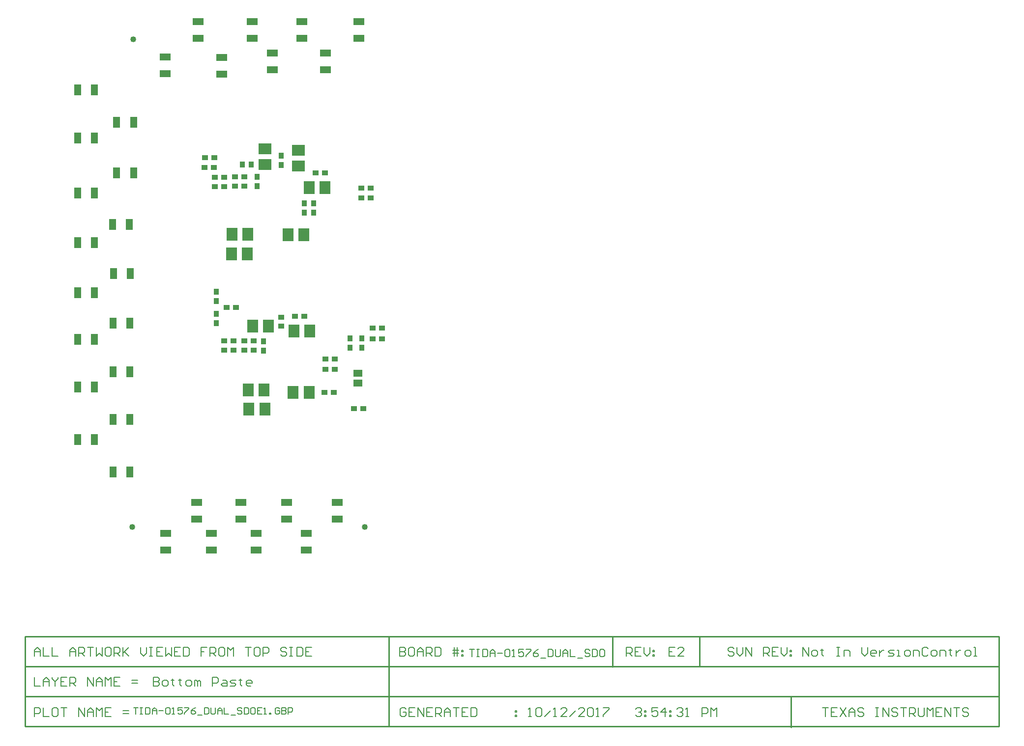
<source format=gbp>
G04 Layer_Color=128*
%FSLAX25Y25*%
%MOIN*%
G70*
G01*
G75*
%ADD15R,0.03740X0.03937*%
%ADD21R,0.07677X0.08858*%
%ADD23R,0.03937X0.03740*%
%ADD25C,0.04000*%
%ADD26R,0.05118X0.07284*%
%ADD28R,0.03740X0.03937*%
%ADD29R,0.07284X0.05118*%
%ADD30R,0.03937X0.03740*%
%ADD32R,0.08858X0.07677*%
%ADD38C,0.01000*%
%ADD46C,0.00800*%
%ADD55R,0.05906X0.05118*%
G54D15*
X118047Y268000D02*
D03*
X123953D02*
D03*
G54D21*
X133413Y102000D02*
D03*
X122587D02*
D03*
X153087Y155000D02*
D03*
X163913D02*
D03*
X135913Y158500D02*
D03*
X125087D02*
D03*
X163413Y113500D02*
D03*
X152587D02*
D03*
X111020Y220811D02*
D03*
X121846D02*
D03*
X149020Y220311D02*
D03*
X159846D02*
D03*
X122087Y115000D02*
D03*
X132913D02*
D03*
X121513Y207400D02*
D03*
X110687D02*
D03*
X163287Y252400D02*
D03*
X174113D02*
D03*
G54D23*
X107350Y171000D02*
D03*
X113650D02*
D03*
X205150Y252000D02*
D03*
X198850D02*
D03*
X198850Y245500D02*
D03*
X205150D02*
D03*
X180650Y129000D02*
D03*
X174350D02*
D03*
Y136000D02*
D03*
X180650D02*
D03*
X105650Y259500D02*
D03*
X99350D02*
D03*
X105650Y253000D02*
D03*
X99350D02*
D03*
X119283Y253311D02*
D03*
X112984D02*
D03*
X119283Y259711D02*
D03*
X112984D02*
D03*
X167650Y262400D02*
D03*
X173950D02*
D03*
X200031Y102343D02*
D03*
X193731D02*
D03*
X125650Y142000D02*
D03*
X119350D02*
D03*
X125650Y148500D02*
D03*
X119350D02*
D03*
X153850Y165000D02*
D03*
X160150D02*
D03*
X112150Y148500D02*
D03*
X105850D02*
D03*
X112150Y142000D02*
D03*
X105850D02*
D03*
X206450Y149800D02*
D03*
X212750D02*
D03*
Y157200D02*
D03*
X206450D02*
D03*
X180150Y113500D02*
D03*
X173850D02*
D03*
X92650Y272800D02*
D03*
X98950D02*
D03*
X98850Y266200D02*
D03*
X92550D02*
D03*
G54D25*
X44000Y353000D02*
D03*
X43300Y22000D02*
D03*
X201000D02*
D03*
G54D26*
X17709Y318850D02*
D03*
X6291D02*
D03*
X30291Y160500D02*
D03*
X41709D02*
D03*
X30291Y127500D02*
D03*
X41709D02*
D03*
X30291Y59500D02*
D03*
X41709D02*
D03*
X30291Y95000D02*
D03*
X41709D02*
D03*
X42209Y194000D02*
D03*
X30791D02*
D03*
X41509Y227400D02*
D03*
X30091D02*
D03*
X44309Y296850D02*
D03*
X32891D02*
D03*
X44309Y262350D02*
D03*
X32891D02*
D03*
X6291Y285950D02*
D03*
X17709D02*
D03*
Y248900D02*
D03*
X6291D02*
D03*
Y215000D02*
D03*
X17709D02*
D03*
X6291Y117000D02*
D03*
X17709D02*
D03*
X6291Y81500D02*
D03*
X17709D02*
D03*
Y181000D02*
D03*
X6291D02*
D03*
X17709Y149500D02*
D03*
X6291D02*
D03*
G54D28*
X144500Y267850D02*
D03*
Y274150D02*
D03*
X128000Y253350D02*
D03*
Y259650D02*
D03*
X166500Y241650D02*
D03*
Y235350D02*
D03*
X160000Y235350D02*
D03*
Y241650D02*
D03*
X199000Y150150D02*
D03*
Y143850D02*
D03*
X191000Y150150D02*
D03*
Y143850D02*
D03*
X132500Y141850D02*
D03*
Y148150D02*
D03*
X100500Y160350D02*
D03*
Y166650D02*
D03*
Y175500D02*
D03*
Y181799D02*
D03*
G54D29*
X117000Y27291D02*
D03*
Y38709D02*
D03*
X148000Y27291D02*
D03*
Y38709D02*
D03*
X182500Y27291D02*
D03*
Y38709D02*
D03*
X87000Y27291D02*
D03*
Y38709D02*
D03*
X138500Y332291D02*
D03*
Y343709D02*
D03*
X174500Y332291D02*
D03*
Y343709D02*
D03*
X104150Y329291D02*
D03*
Y340709D02*
D03*
X65650Y329791D02*
D03*
Y341209D02*
D03*
X124650Y353791D02*
D03*
Y365209D02*
D03*
X88150D02*
D03*
Y353791D02*
D03*
X197000Y365209D02*
D03*
Y353791D02*
D03*
X158500Y365209D02*
D03*
Y353791D02*
D03*
X66000Y6291D02*
D03*
Y17709D02*
D03*
X97000Y6291D02*
D03*
Y17709D02*
D03*
X127500Y6291D02*
D03*
Y17709D02*
D03*
X161500D02*
D03*
Y6291D02*
D03*
G54D30*
X144500Y164453D02*
D03*
Y158547D02*
D03*
G54D32*
X156000Y277913D02*
D03*
Y267087D02*
D03*
X133500Y268087D02*
D03*
Y278913D02*
D03*
G54D38*
X428000Y-72683D02*
Y-52350D01*
X369000Y-73000D02*
Y-52667D01*
X-29200Y-72683D02*
X631000D01*
X-29200Y-93017D02*
X630800D01*
X-29200Y-113350D02*
X371300D01*
X-29150Y-52350D02*
X631000D01*
X-29150Y-113350D02*
Y-52350D01*
Y-113350D02*
X128400D01*
X-29200D02*
Y-52350D01*
X217300Y-113350D02*
Y-52350D01*
X631000Y-113350D02*
Y-52350D01*
X371300Y-113350D02*
X631000D01*
X490200Y-114000D02*
Y-93717D01*
G54D46*
X57700Y-79851D02*
Y-85849D01*
X60699D01*
X61699Y-84850D01*
Y-83850D01*
X60699Y-82850D01*
X57700D01*
X60699D01*
X61699Y-81851D01*
Y-80851D01*
X60699Y-79851D01*
X57700D01*
X64698Y-85849D02*
X66697D01*
X67697Y-84850D01*
Y-82850D01*
X66697Y-81851D01*
X64698D01*
X63698Y-82850D01*
Y-84850D01*
X64698Y-85849D01*
X70696Y-80851D02*
Y-81851D01*
X69696D01*
X71696D01*
X70696D01*
Y-84850D01*
X71696Y-85849D01*
X75694Y-80851D02*
Y-81851D01*
X74695D01*
X76694D01*
X75694D01*
Y-84850D01*
X76694Y-85849D01*
X80693D02*
X82692D01*
X83692Y-84850D01*
Y-82850D01*
X82692Y-81851D01*
X80693D01*
X79693Y-82850D01*
Y-84850D01*
X80693Y-85849D01*
X85691D02*
Y-81851D01*
X86691D01*
X87690Y-82850D01*
Y-85849D01*
Y-82850D01*
X88690Y-81851D01*
X89690Y-82850D01*
Y-85849D01*
X97687D02*
Y-79851D01*
X100686D01*
X101686Y-80851D01*
Y-82850D01*
X100686Y-83850D01*
X97687D01*
X104685Y-81851D02*
X106684D01*
X107684Y-82850D01*
Y-85849D01*
X104685D01*
X103685Y-84850D01*
X104685Y-83850D01*
X107684D01*
X109683Y-85849D02*
X112682D01*
X113682Y-84850D01*
X112682Y-83850D01*
X110683D01*
X109683Y-82850D01*
X110683Y-81851D01*
X113682D01*
X116681Y-80851D02*
Y-81851D01*
X115681D01*
X117681D01*
X116681D01*
Y-84850D01*
X117681Y-85849D01*
X123679D02*
X121679D01*
X120680Y-84850D01*
Y-82850D01*
X121679Y-81851D01*
X123679D01*
X124678Y-82850D01*
Y-83850D01*
X120680D01*
X498200Y-65567D02*
Y-59569D01*
X502199Y-65567D01*
Y-59569D01*
X505198Y-65567D02*
X507197D01*
X508197Y-64567D01*
Y-62568D01*
X507197Y-61568D01*
X505198D01*
X504198Y-62568D01*
Y-64567D01*
X505198Y-65567D01*
X511196Y-60568D02*
Y-61568D01*
X510196D01*
X512195D01*
X511196D01*
Y-64567D01*
X512195Y-65567D01*
X521193Y-59569D02*
X523192D01*
X522192D01*
Y-65567D01*
X521193D01*
X523192D01*
X526191D02*
Y-61568D01*
X529190D01*
X530190Y-62568D01*
Y-65567D01*
X538187Y-59569D02*
Y-63567D01*
X540186Y-65567D01*
X542186Y-63567D01*
Y-59569D01*
X547184Y-65567D02*
X545185D01*
X544185Y-64567D01*
Y-62568D01*
X545185Y-61568D01*
X547184D01*
X548184Y-62568D01*
Y-63567D01*
X544185D01*
X550183Y-61568D02*
Y-65567D01*
Y-63567D01*
X551183Y-62568D01*
X552182Y-61568D01*
X553182D01*
X556181Y-65567D02*
X559180D01*
X560180Y-64567D01*
X559180Y-63567D01*
X557181D01*
X556181Y-62568D01*
X557181Y-61568D01*
X560180D01*
X562179Y-65567D02*
X564179D01*
X563179D01*
Y-61568D01*
X562179D01*
X568177Y-65567D02*
X570177D01*
X571176Y-64567D01*
Y-62568D01*
X570177Y-61568D01*
X568177D01*
X567178Y-62568D01*
Y-64567D01*
X568177Y-65567D01*
X573176D02*
Y-61568D01*
X576175D01*
X577174Y-62568D01*
Y-65567D01*
X583173Y-60568D02*
X582173Y-59569D01*
X580173D01*
X579174Y-60568D01*
Y-64567D01*
X580173Y-65567D01*
X582173D01*
X583173Y-64567D01*
X586171Y-65567D02*
X588171D01*
X589171Y-64567D01*
Y-62568D01*
X588171Y-61568D01*
X586171D01*
X585172Y-62568D01*
Y-64567D01*
X586171Y-65567D01*
X591170D02*
Y-61568D01*
X594169D01*
X595169Y-62568D01*
Y-65567D01*
X598168Y-60568D02*
Y-61568D01*
X597168D01*
X599167D01*
X598168D01*
Y-64567D01*
X599167Y-65567D01*
X602166Y-61568D02*
Y-65567D01*
Y-63567D01*
X603166Y-62568D01*
X604166Y-61568D01*
X605165D01*
X609164Y-65567D02*
X611164D01*
X612163Y-64567D01*
Y-62568D01*
X611164Y-61568D01*
X609164D01*
X608164Y-62568D01*
Y-64567D01*
X609164Y-65567D01*
X614162D02*
X616162D01*
X615162D01*
Y-59569D01*
X614162D01*
X451599Y-60568D02*
X450599Y-59569D01*
X448600D01*
X447600Y-60568D01*
Y-61568D01*
X448600Y-62568D01*
X450599D01*
X451599Y-63567D01*
Y-64567D01*
X450599Y-65567D01*
X448600D01*
X447600Y-64567D01*
X453598Y-59569D02*
Y-63567D01*
X455597Y-65567D01*
X457597Y-63567D01*
Y-59569D01*
X459596Y-65567D02*
Y-59569D01*
X463595Y-65567D01*
Y-59569D01*
X471592Y-65567D02*
Y-59569D01*
X474591D01*
X475591Y-60568D01*
Y-62568D01*
X474591Y-63567D01*
X471592D01*
X473592D02*
X475591Y-65567D01*
X481589Y-59569D02*
X477590D01*
Y-65567D01*
X481589D01*
X477590Y-62568D02*
X479590D01*
X483588Y-59569D02*
Y-63567D01*
X485588Y-65567D01*
X487587Y-63567D01*
Y-59569D01*
X489586Y-61568D02*
X490586D01*
Y-62568D01*
X489586D01*
Y-61568D01*
Y-64567D02*
X490586D01*
Y-65567D01*
X489586D01*
Y-64567D01*
X378500Y-65700D02*
Y-59702D01*
X381499D01*
X382499Y-60702D01*
Y-62701D01*
X381499Y-63701D01*
X378500D01*
X380499D02*
X382499Y-65700D01*
X388497Y-59702D02*
X384498D01*
Y-65700D01*
X388497D01*
X384498Y-62701D02*
X386497D01*
X390496Y-59702D02*
Y-63701D01*
X392495Y-65700D01*
X394495Y-63701D01*
Y-59702D01*
X396494Y-61701D02*
X397494D01*
Y-62701D01*
X396494D01*
Y-61701D01*
Y-64700D02*
X397494D01*
Y-65700D01*
X396494D01*
Y-64700D01*
X411489Y-59702D02*
X407491D01*
Y-65700D01*
X411489D01*
X407491Y-62701D02*
X409490D01*
X417487Y-65700D02*
X413489D01*
X417487Y-61701D01*
Y-60702D01*
X416488Y-59702D01*
X414488D01*
X413489Y-60702D01*
X44300Y-100401D02*
X47299D01*
X45799D01*
Y-104900D01*
X48799Y-100401D02*
X50298D01*
X49548D01*
Y-104900D01*
X48799D01*
X50298D01*
X52547Y-100401D02*
Y-104900D01*
X54797D01*
X55546Y-104150D01*
Y-101151D01*
X54797Y-100401D01*
X52547D01*
X57046Y-104900D02*
Y-101901D01*
X58545Y-100401D01*
X60045Y-101901D01*
Y-104900D01*
Y-102651D01*
X57046D01*
X61544D02*
X64543D01*
X66043Y-101151D02*
X66793Y-100401D01*
X68292D01*
X69042Y-101151D01*
Y-104150D01*
X68292Y-104900D01*
X66793D01*
X66043Y-104150D01*
Y-101151D01*
X70542Y-104900D02*
X72041D01*
X71291D01*
Y-100401D01*
X70542Y-101151D01*
X77289Y-100401D02*
X74290D01*
Y-102651D01*
X75790Y-101901D01*
X76540D01*
X77289Y-102651D01*
Y-104150D01*
X76540Y-104900D01*
X75040D01*
X74290Y-104150D01*
X78789Y-100401D02*
X81788D01*
Y-101151D01*
X78789Y-104150D01*
Y-104900D01*
X86286Y-100401D02*
X84787Y-101151D01*
X83287Y-102651D01*
Y-104150D01*
X84037Y-104900D01*
X85537D01*
X86286Y-104150D01*
Y-103401D01*
X85537Y-102651D01*
X83287D01*
X87786Y-105650D02*
X90785D01*
X92285Y-100401D02*
Y-104900D01*
X94534D01*
X95284Y-104150D01*
Y-101151D01*
X94534Y-100401D01*
X92285D01*
X96783D02*
Y-104150D01*
X97533Y-104900D01*
X99032D01*
X99782Y-104150D01*
Y-100401D01*
X101282Y-104900D02*
Y-101901D01*
X102781Y-100401D01*
X104281Y-101901D01*
Y-104900D01*
Y-102651D01*
X101282D01*
X105780Y-100401D02*
Y-104900D01*
X108779D01*
X110279Y-105650D02*
X113278D01*
X117776Y-101151D02*
X117026Y-100401D01*
X115527D01*
X114777Y-101151D01*
Y-101901D01*
X115527Y-102651D01*
X117026D01*
X117776Y-103401D01*
Y-104150D01*
X117026Y-104900D01*
X115527D01*
X114777Y-104150D01*
X119276Y-100401D02*
Y-104900D01*
X121525D01*
X122275Y-104150D01*
Y-101151D01*
X121525Y-100401D01*
X119276D01*
X126024D02*
X124524D01*
X123774Y-101151D01*
Y-104150D01*
X124524Y-104900D01*
X126024D01*
X126773Y-104150D01*
Y-101151D01*
X126024Y-100401D01*
X131272D02*
X128273D01*
Y-104900D01*
X131272D01*
X128273Y-102651D02*
X129772D01*
X132772Y-104900D02*
X134271D01*
X133521D01*
Y-100401D01*
X132772Y-101151D01*
X136520Y-104900D02*
Y-104150D01*
X137270D01*
Y-104900D01*
X136520D01*
X143268Y-101151D02*
X142518Y-100401D01*
X141019D01*
X140269Y-101151D01*
Y-104150D01*
X141019Y-104900D01*
X142518D01*
X143268Y-104150D01*
Y-102651D01*
X141769D01*
X144768Y-100401D02*
Y-104900D01*
X147017D01*
X147767Y-104150D01*
Y-103401D01*
X147017Y-102651D01*
X144768D01*
X147017D01*
X147767Y-101901D01*
Y-101151D01*
X147017Y-100401D01*
X144768D01*
X149266Y-104900D02*
Y-100401D01*
X151515D01*
X152265Y-101151D01*
Y-102651D01*
X151515Y-103401D01*
X149266D01*
X311950Y-106433D02*
X313949D01*
X312950D01*
Y-100435D01*
X311950Y-101435D01*
X316948D02*
X317948Y-100435D01*
X319947D01*
X320947Y-101435D01*
Y-105434D01*
X319947Y-106433D01*
X317948D01*
X316948Y-105434D01*
Y-101435D01*
X322946Y-106433D02*
X326945Y-102435D01*
X328944Y-106433D02*
X330944D01*
X329944D01*
Y-100435D01*
X328944Y-101435D01*
X337942Y-106433D02*
X333943D01*
X337942Y-102435D01*
Y-101435D01*
X336942Y-100435D01*
X334943D01*
X333943Y-101435D01*
X339941Y-106433D02*
X343940Y-102435D01*
X349938Y-106433D02*
X345939D01*
X349938Y-102435D01*
Y-101435D01*
X348938Y-100435D01*
X346939D01*
X345939Y-101435D01*
X351937D02*
X352937Y-100435D01*
X354936D01*
X355936Y-101435D01*
Y-105434D01*
X354936Y-106433D01*
X352937D01*
X351937Y-105434D01*
Y-101435D01*
X357935Y-106433D02*
X359934D01*
X358935D01*
Y-100435D01*
X357935Y-101435D01*
X362933Y-100435D02*
X366932D01*
Y-101435D01*
X362933Y-105434D01*
Y-106433D01*
X228999Y-101435D02*
X227999Y-100435D01*
X226000D01*
X225000Y-101435D01*
Y-105434D01*
X226000Y-106433D01*
X227999D01*
X228999Y-105434D01*
Y-103435D01*
X226999D01*
X234997Y-100435D02*
X230998D01*
Y-106433D01*
X234997D01*
X230998Y-103435D02*
X232997D01*
X236996Y-106433D02*
Y-100435D01*
X240995Y-106433D01*
Y-100435D01*
X246993D02*
X242994D01*
Y-106433D01*
X246993D01*
X242994Y-103435D02*
X244993D01*
X248992Y-106433D02*
Y-100435D01*
X251991D01*
X252991Y-101435D01*
Y-103435D01*
X251991Y-104434D01*
X248992D01*
X250992D02*
X252991Y-106433D01*
X254990D02*
Y-102435D01*
X256990Y-100435D01*
X258989Y-102435D01*
Y-106433D01*
Y-103435D01*
X254990D01*
X260988Y-100435D02*
X264987D01*
X262988D01*
Y-106433D01*
X270985Y-100435D02*
X266986D01*
Y-106433D01*
X270985D01*
X266986Y-103435D02*
X268986D01*
X272985Y-100435D02*
Y-106433D01*
X275984D01*
X276983Y-105434D01*
Y-101435D01*
X275984Y-100435D01*
X272985D01*
X302975Y-102435D02*
X303975D01*
Y-103435D01*
X302975D01*
Y-102435D01*
Y-105434D02*
X303975D01*
Y-106433D01*
X302975D01*
Y-105434D01*
X-22850Y-65567D02*
Y-61568D01*
X-20851Y-59569D01*
X-18851Y-61568D01*
Y-65567D01*
Y-62568D01*
X-22850D01*
X-16852Y-59569D02*
Y-65567D01*
X-12853D01*
X-10854Y-59569D02*
Y-65567D01*
X-6855D01*
X1142D02*
Y-61568D01*
X3142Y-59569D01*
X5141Y-61568D01*
Y-65567D01*
Y-62568D01*
X1142D01*
X7140Y-65567D02*
Y-59569D01*
X10139D01*
X11139Y-60568D01*
Y-62568D01*
X10139Y-63567D01*
X7140D01*
X9140D02*
X11139Y-65567D01*
X13138Y-59569D02*
X17137D01*
X15138D01*
Y-65567D01*
X19136Y-59569D02*
Y-65567D01*
X21136Y-63567D01*
X23135Y-65567D01*
Y-59569D01*
X28133D02*
X26134D01*
X25135Y-60568D01*
Y-64567D01*
X26134Y-65567D01*
X28133D01*
X29133Y-64567D01*
Y-60568D01*
X28133Y-59569D01*
X31133Y-65567D02*
Y-59569D01*
X34132D01*
X35131Y-60568D01*
Y-62568D01*
X34132Y-63567D01*
X31133D01*
X33132D02*
X35131Y-65567D01*
X37131Y-59569D02*
Y-65567D01*
Y-63567D01*
X41129Y-59569D01*
X38130Y-62568D01*
X41129Y-65567D01*
X49127Y-59569D02*
Y-63567D01*
X51126Y-65567D01*
X53125Y-63567D01*
Y-59569D01*
X55125D02*
X57124D01*
X56125D01*
Y-65567D01*
X55125D01*
X57124D01*
X64122Y-59569D02*
X60123D01*
Y-65567D01*
X64122D01*
X60123Y-62568D02*
X62122D01*
X66121Y-59569D02*
Y-65567D01*
X68121Y-63567D01*
X70120Y-65567D01*
Y-59569D01*
X76118D02*
X72119D01*
Y-65567D01*
X76118D01*
X72119Y-62568D02*
X74119D01*
X78117Y-59569D02*
Y-65567D01*
X81116D01*
X82116Y-64567D01*
Y-60568D01*
X81116Y-59569D01*
X78117D01*
X94112D02*
X90114D01*
Y-62568D01*
X92113D01*
X90114D01*
Y-65567D01*
X96112D02*
Y-59569D01*
X99111D01*
X100110Y-60568D01*
Y-62568D01*
X99111Y-63567D01*
X96112D01*
X98111D02*
X100110Y-65567D01*
X105109Y-59569D02*
X103109D01*
X102110Y-60568D01*
Y-64567D01*
X103109Y-65567D01*
X105109D01*
X106108Y-64567D01*
Y-60568D01*
X105109Y-59569D01*
X108108Y-65567D02*
Y-59569D01*
X110107Y-61568D01*
X112106Y-59569D01*
Y-65567D01*
X120104Y-59569D02*
X124102D01*
X122103D01*
Y-65567D01*
X129101Y-59569D02*
X127102D01*
X126102Y-60568D01*
Y-64567D01*
X127102Y-65567D01*
X129101D01*
X130101Y-64567D01*
Y-60568D01*
X129101Y-59569D01*
X132100Y-65567D02*
Y-59569D01*
X135099D01*
X136099Y-60568D01*
Y-62568D01*
X135099Y-63567D01*
X132100D01*
X148095Y-60568D02*
X147095Y-59569D01*
X145096D01*
X144096Y-60568D01*
Y-61568D01*
X145096Y-62568D01*
X147095D01*
X148095Y-63567D01*
Y-64567D01*
X147095Y-65567D01*
X145096D01*
X144096Y-64567D01*
X150094Y-59569D02*
X152093D01*
X151094D01*
Y-65567D01*
X150094D01*
X152093D01*
X155092Y-59569D02*
Y-65567D01*
X158091D01*
X159091Y-64567D01*
Y-60568D01*
X158091Y-59569D01*
X155092D01*
X165089D02*
X161091D01*
Y-65567D01*
X165089D01*
X161091Y-62568D02*
X163090D01*
X272000Y-61002D02*
X275332D01*
X273666D01*
Y-66000D01*
X276998Y-61002D02*
X278664D01*
X277831D01*
Y-66000D01*
X276998D01*
X278664D01*
X281164Y-61002D02*
Y-66000D01*
X283663D01*
X284496Y-65167D01*
Y-61835D01*
X283663Y-61002D01*
X281164D01*
X286162Y-66000D02*
Y-62668D01*
X287828Y-61002D01*
X289494Y-62668D01*
Y-66000D01*
Y-63501D01*
X286162D01*
X291160D02*
X294493D01*
X296159Y-61835D02*
X296992Y-61002D01*
X298658D01*
X299491Y-61835D01*
Y-65167D01*
X298658Y-66000D01*
X296992D01*
X296159Y-65167D01*
Y-61835D01*
X301157Y-66000D02*
X302823D01*
X301990D01*
Y-61002D01*
X301157Y-61835D01*
X308655Y-61002D02*
X305323D01*
Y-63501D01*
X306989Y-62668D01*
X307822D01*
X308655Y-63501D01*
Y-65167D01*
X307822Y-66000D01*
X306156D01*
X305323Y-65167D01*
X310321Y-61002D02*
X313653D01*
Y-61835D01*
X310321Y-65167D01*
Y-66000D01*
X318652Y-61002D02*
X316985Y-61835D01*
X315319Y-63501D01*
Y-65167D01*
X316152Y-66000D01*
X317818D01*
X318652Y-65167D01*
Y-64334D01*
X317818Y-63501D01*
X315319D01*
X320318Y-66833D02*
X323650D01*
X325316Y-61002D02*
Y-66000D01*
X327815D01*
X328648Y-65167D01*
Y-61835D01*
X327815Y-61002D01*
X325316D01*
X330314D02*
Y-65167D01*
X331148Y-66000D01*
X332814D01*
X333647Y-65167D01*
Y-61002D01*
X335313Y-66000D02*
Y-62668D01*
X336979Y-61002D01*
X338645Y-62668D01*
Y-66000D01*
Y-63501D01*
X335313D01*
X340311Y-61002D02*
Y-66000D01*
X343643D01*
X345310Y-66833D02*
X348642D01*
X353640Y-61835D02*
X352807Y-61002D01*
X351141D01*
X350308Y-61835D01*
Y-62668D01*
X351141Y-63501D01*
X352807D01*
X353640Y-64334D01*
Y-65167D01*
X352807Y-66000D01*
X351141D01*
X350308Y-65167D01*
X355306Y-61002D02*
Y-66000D01*
X357805D01*
X358639Y-65167D01*
Y-61835D01*
X357805Y-61002D01*
X355306D01*
X362804D02*
X361138D01*
X360305Y-61835D01*
Y-65167D01*
X361138Y-66000D01*
X362804D01*
X363637Y-65167D01*
Y-61835D01*
X362804Y-61002D01*
X224800Y-59569D02*
Y-65567D01*
X227799D01*
X228799Y-64567D01*
Y-63567D01*
X227799Y-62568D01*
X224800D01*
X227799D01*
X228799Y-61568D01*
Y-60568D01*
X227799Y-59569D01*
X224800D01*
X233797D02*
X231798D01*
X230798Y-60568D01*
Y-64567D01*
X231798Y-65567D01*
X233797D01*
X234797Y-64567D01*
Y-60568D01*
X233797Y-59569D01*
X236796Y-65567D02*
Y-61568D01*
X238795Y-59569D01*
X240795Y-61568D01*
Y-65567D01*
Y-62568D01*
X236796D01*
X242794Y-65567D02*
Y-59569D01*
X245793D01*
X246793Y-60568D01*
Y-62568D01*
X245793Y-63567D01*
X242794D01*
X244794D02*
X246793Y-65567D01*
X248792Y-59569D02*
Y-65567D01*
X251791D01*
X252791Y-64567D01*
Y-60568D01*
X251791Y-59569D01*
X248792D01*
X261788Y-65567D02*
Y-59569D01*
X263787D02*
Y-65567D01*
X260788Y-61568D02*
X263787D01*
X264787D01*
X260788Y-63567D02*
X264787D01*
X266786Y-61568D02*
X267786D01*
Y-62568D01*
X266786D01*
Y-61568D01*
Y-64567D02*
X267786D01*
Y-65567D01*
X266786D01*
Y-64567D01*
X-22850Y-79851D02*
Y-85849D01*
X-18851D01*
X-16852D02*
Y-81851D01*
X-14853Y-79851D01*
X-12853Y-81851D01*
Y-85849D01*
Y-82850D01*
X-16852D01*
X-10854Y-79851D02*
Y-80851D01*
X-8855Y-82850D01*
X-6855Y-80851D01*
Y-79851D01*
X-8855Y-82850D02*
Y-85849D01*
X-857Y-79851D02*
X-4856D01*
Y-85849D01*
X-857D01*
X-4856Y-82850D02*
X-2857D01*
X1142Y-85849D02*
Y-79851D01*
X4141D01*
X5141Y-80851D01*
Y-82850D01*
X4141Y-83850D01*
X1142D01*
X3142D02*
X5141Y-85849D01*
X13138D02*
Y-79851D01*
X17137Y-85849D01*
Y-79851D01*
X19136Y-85849D02*
Y-81851D01*
X21136Y-79851D01*
X23135Y-81851D01*
Y-85849D01*
Y-82850D01*
X19136D01*
X25135Y-85849D02*
Y-79851D01*
X27134Y-81851D01*
X29133Y-79851D01*
Y-85849D01*
X35131Y-79851D02*
X31133D01*
Y-85849D01*
X35131D01*
X31133Y-82850D02*
X33132D01*
X43129Y-83850D02*
X47127D01*
X43129Y-81851D02*
X47127D01*
X-22850Y-106433D02*
Y-100435D01*
X-19851D01*
X-18851Y-101435D01*
Y-103435D01*
X-19851Y-104434D01*
X-22850D01*
X-16852Y-100435D02*
Y-106433D01*
X-12853D01*
X-7855Y-100435D02*
X-9854D01*
X-10854Y-101435D01*
Y-105434D01*
X-9854Y-106433D01*
X-7855D01*
X-6855Y-105434D01*
Y-101435D01*
X-7855Y-100435D01*
X-4856D02*
X-857D01*
X-2857D01*
Y-106433D01*
X7140D02*
Y-100435D01*
X11139Y-106433D01*
Y-100435D01*
X13138Y-106433D02*
Y-102435D01*
X15138Y-100435D01*
X17137Y-102435D01*
Y-106433D01*
Y-103435D01*
X13138D01*
X19136Y-106433D02*
Y-100435D01*
X21136Y-102435D01*
X23135Y-100435D01*
Y-106433D01*
X29133Y-100435D02*
X25135D01*
Y-106433D01*
X29133D01*
X25135Y-103435D02*
X27134D01*
X37131Y-104434D02*
X41129D01*
X37131Y-102435D02*
X41129D01*
X384850Y-101435D02*
X385850Y-100435D01*
X387849D01*
X388849Y-101435D01*
Y-102435D01*
X387849Y-103435D01*
X386849D01*
X387849D01*
X388849Y-104434D01*
Y-105434D01*
X387849Y-106433D01*
X385850D01*
X384850Y-105434D01*
X390848Y-102435D02*
X391848D01*
Y-103435D01*
X390848D01*
Y-102435D01*
Y-105434D02*
X391848D01*
Y-106433D01*
X390848D01*
Y-105434D01*
X399845Y-100435D02*
X395846D01*
Y-103435D01*
X397846Y-102435D01*
X398846D01*
X399845Y-103435D01*
Y-105434D01*
X398846Y-106433D01*
X396846D01*
X395846Y-105434D01*
X404844Y-106433D02*
Y-100435D01*
X401845Y-103435D01*
X405843D01*
X407843Y-102435D02*
X408842D01*
Y-103435D01*
X407843D01*
Y-102435D01*
Y-105434D02*
X408842D01*
Y-106433D01*
X407843D01*
Y-105434D01*
X412841Y-101435D02*
X413841Y-100435D01*
X415840D01*
X416840Y-101435D01*
Y-102435D01*
X415840Y-103435D01*
X414840D01*
X415840D01*
X416840Y-104434D01*
Y-105434D01*
X415840Y-106433D01*
X413841D01*
X412841Y-105434D01*
X418839Y-106433D02*
X420838D01*
X419839D01*
Y-100435D01*
X418839Y-101435D01*
X429835Y-106433D02*
Y-100435D01*
X432834D01*
X433834Y-101435D01*
Y-103435D01*
X432834Y-104434D01*
X429835D01*
X435834Y-106433D02*
Y-100435D01*
X437833Y-102435D01*
X439832Y-100435D01*
Y-106433D01*
X511300Y-100435D02*
X515299D01*
X513299D01*
Y-106433D01*
X521297Y-100435D02*
X517298D01*
Y-106433D01*
X521297D01*
X517298Y-103435D02*
X519297D01*
X523296Y-100435D02*
X527295Y-106433D01*
Y-100435D02*
X523296Y-106433D01*
X529294D02*
Y-102435D01*
X531293Y-100435D01*
X533293Y-102435D01*
Y-106433D01*
Y-103435D01*
X529294D01*
X539291Y-101435D02*
X538291Y-100435D01*
X536292D01*
X535292Y-101435D01*
Y-102435D01*
X536292Y-103435D01*
X538291D01*
X539291Y-104434D01*
Y-105434D01*
X538291Y-106433D01*
X536292D01*
X535292Y-105434D01*
X547288Y-100435D02*
X549288D01*
X548288D01*
Y-106433D01*
X547288D01*
X549288D01*
X552287D02*
Y-100435D01*
X556285Y-106433D01*
Y-100435D01*
X562284Y-101435D02*
X561284Y-100435D01*
X559284D01*
X558285Y-101435D01*
Y-102435D01*
X559284Y-103435D01*
X561284D01*
X562284Y-104434D01*
Y-105434D01*
X561284Y-106433D01*
X559284D01*
X558285Y-105434D01*
X564283Y-100435D02*
X568282D01*
X566282D01*
Y-106433D01*
X570281D02*
Y-100435D01*
X573280D01*
X574280Y-101435D01*
Y-103435D01*
X573280Y-104434D01*
X570281D01*
X572280D02*
X574280Y-106433D01*
X576279Y-100435D02*
Y-105434D01*
X577279Y-106433D01*
X579278D01*
X580278Y-105434D01*
Y-100435D01*
X582277Y-106433D02*
Y-100435D01*
X584276Y-102435D01*
X586276Y-100435D01*
Y-106433D01*
X592274Y-100435D02*
X588275D01*
Y-106433D01*
X592274D01*
X588275Y-103435D02*
X590274D01*
X594273Y-106433D02*
Y-100435D01*
X598272Y-106433D01*
Y-100435D01*
X600271D02*
X604270D01*
X602271D01*
Y-106433D01*
X610268Y-101435D02*
X609268Y-100435D01*
X607269D01*
X606269Y-101435D01*
Y-102435D01*
X607269Y-103435D01*
X609268D01*
X610268Y-104434D01*
Y-105434D01*
X609268Y-106433D01*
X607269D01*
X606269Y-105434D01*
G54D55*
X196500Y119653D02*
D03*
Y126347D02*
D03*
M02*

</source>
